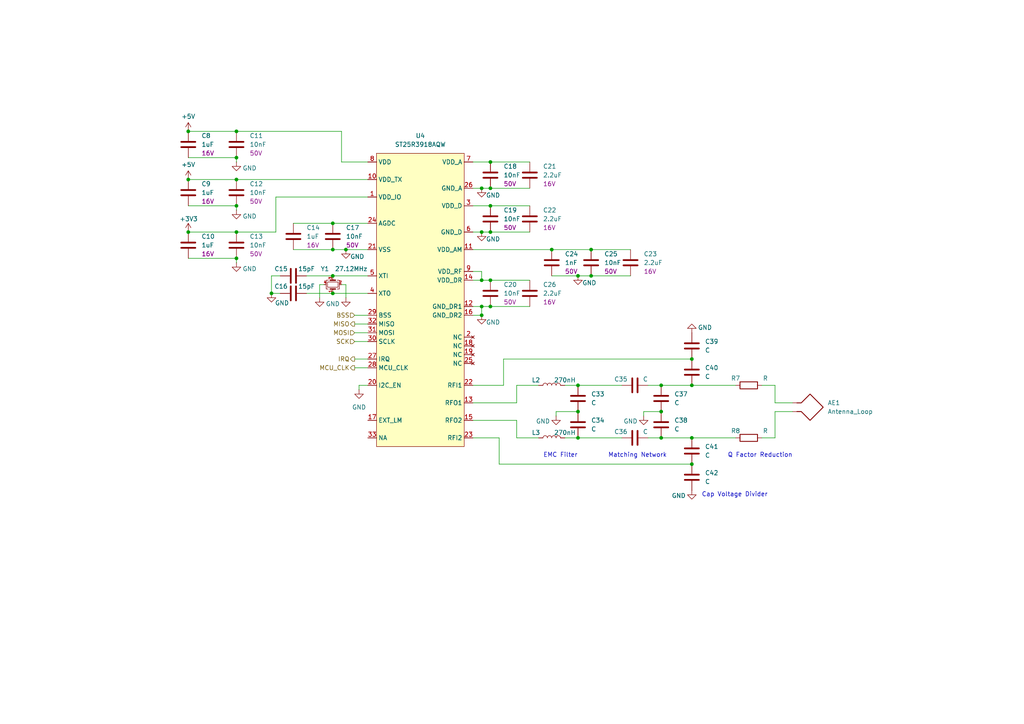
<source format=kicad_sch>
(kicad_sch (version 20231120) (generator "eeschema") (generator_version "8.0")
  (paper "A4")
  (lib_symbols
    (symbol "Device:Antenna_Loop" (pin_numbers hide) (pin_names (offset 1.016) hide)
      (property "Reference" "AE" (at 1.27 6.35 0))
      (property "Value" "Antenna_Loop" (at 1.27 5.08 0))
      (symbol "Antenna_Loop_0_1"
        (polyline (pts (xy 2.54 -3.81) (xy 2.54 -2.54) (xy 5.08 0) (xy 1.27 3.81) (xy -2.54 0) (xy 0 -2.54) (xy 0 -3.81)) (stroke (width 0.254)))
      )
      (symbol "Antenna_Loop_1_1"
        (pin input line (at 0 -5.08 90) (length 2.54) (name "~") (number "1"))
        (pin input line (at 2.54 -5.08 90) (length 2.54) (name "~") (number "2"))
      )
    )
    (symbol "Device:C" (pin_numbers hide) (pin_names (offset 0.254))
      (property "Reference" "C" (at 0.635 2.54 0))
      (property "Value" "C" (at 0.635 -2.54 0))
      (symbol "C_0_1"
        (polyline (pts (xy -2.032 -0.762) (xy 2.032 -0.762)) (stroke (width 0.508)))
        (polyline (pts (xy -2.032 0.762) (xy 2.032 0.762)) (stroke (width 0.508)))
      )
      (symbol "C_1_1"
        (pin passive line (at 0 3.81 270) (length 2.794) (name "~") (number "1"))
        (pin passive line (at 0 -3.81 90) (length 2.794) (name "~") (number "2"))
      )
    )
    (symbol "Device:Crystal_GND24_Small" (pin_names (offset 1.016) hide)
      (property "Reference" "Y" (at 1.27 4.445 0))
      (property "Value" "Crystal_GND24_Small" (at 1.27 2.54 0))
      (symbol "Crystal_GND24_Small_0_1"
        (rectangle (start -0.762 -1.524) (end 0.762 1.524))
        (polyline (pts (xy -1.27 -0.762) (xy -1.27 0.762)) (stroke (width 0.381)))
        (polyline (pts (xy 1.27 -0.762) (xy 1.27 0.762)) (stroke (width 0.381)))
        (polyline (pts (xy -1.27 -1.27) (xy -1.27 -1.905) (xy 1.27 -1.905) (xy 1.27 -1.27)))
        (polyline (pts (xy -1.27 1.27) (xy -1.27 1.905) (xy 1.27 1.905) (xy 1.27 1.27)))
      )
      (symbol "Crystal_GND24_Small_1_1"
        (pin passive line (at -2.54 0 0) (length 1.27) (name "1") (number "1"))
        (pin passive line (at 0 -2.54 90) (length 0.635) (name "2") (number "2"))
        (pin passive line (at 2.54 0 180) (length 1.27) (name "3") (number "3"))
        (pin passive line (at 0 2.54 270) (length 0.635) (name "4") (number "4"))
      )
    )
    (symbol "Device:L" (pin_numbers hide) (pin_names (offset 1.016) hide)
      (property "Reference" "L" (at -1.27 0 90))
      (property "Value" "L" (at 1.905 0 90))
      (symbol "L_0_1"
        (arc (start 0 -2.54) (mid 0.6323 -1.905) (end 0 -1.27))
        (arc (start 0 -1.27) (mid 0.6323 -0.635) (end 0 0))
        (arc (start 0 0) (mid 0.6323 0.635) (end 0 1.27))
        (arc (start 0 1.27) (mid 0.6323 1.905) (end 0 2.54))
      )
      (symbol "L_1_1"
        (pin passive line (at 0 3.81 270) (length 1.27) (name "1") (number "1"))
        (pin passive line (at 0 -3.81 90) (length 1.27) (name "2") (number "2"))
      )
    )
    (symbol "Device:R" (pin_numbers hide) (pin_names (offset 0))
      (property "Reference" "R" (at 2.032 0 90))
      (property "Value" "R" (at 0 0 90))
      (symbol "R_0_1"
        (rectangle (start -1.016 -2.54) (end 1.016 2.54) (stroke (width 0.254)))
      )
      (symbol "R_1_1"
        (pin passive line (at 0 3.81 270) (length 1.27) (name "~") (number "1"))
        (pin passive line (at 0 -3.81 90) (length 1.27) (name "~") (number "2"))
      )
    )
    (symbol "parts:ST25R3918AQW"
      (property "Reference" "U" (at 0 7.62 0))
      (property "Value" "ST25R3918AQW" (at 0 5.08 0))
      (symbol "ST25R3918AQW_1_1"
        (rectangle (start -12.7 2.54) (end 12.7 -82.55) (fill (type background)))
        (pin power_in line (at -15.24 -10.16 0) (length 2.54) (name "VDD_IO") (number "1"))
        (pin power_in line (at -15.24 -5.08 0) (length 2.54) (name "VDD_TX") (number "10"))
        (pin output line (at 15.24 -25.4 180) (length 2.54) (name "VDD_AM") (number "11"))
        (pin power_in line (at 15.24 -41.91 180) (length 2.54) (name "GND_DR1") (number "12"))
        (pin output line (at 15.24 -69.85 180) (length 2.54) (name "RFO1") (number "13"))
        (pin power_in line (at 15.24 -34.29 180) (length 2.54) (name "VDD_DR") (number "14"))
        (pin output line (at 15.24 -74.93 180) (length 2.54) (name "RFO2") (number "15"))
        (pin power_in line (at 15.24 -44.45 180) (length 2.54) (name "GND_DR2") (number "16"))
        (pin output line (at -15.24 -74.93 0) (length 2.54) (name "EXT_LM") (number "17"))
        (pin no_connect line (at 15.24 -53.34 180) (length 2.54) (name "NC") (number "18"))
        (pin no_connect line (at 15.24 -55.88 180) (length 2.54) (name "NC") (number "19"))
        (pin no_connect line (at 15.24 -50.8 180) (length 2.54) (name "NC") (number "2"))
        (pin input line (at -15.24 -64.77 0) (length 2.54) (name "I2C_EN") (number "20"))
        (pin power_in line (at -15.24 -25.4 0) (length 2.54) (name "VSS") (number "21"))
        (pin input line (at 15.24 -64.77 180) (length 2.54) (name "RFI1") (number "22"))
        (pin input line (at 15.24 -80.01 180) (length 2.54) (name "RFI2") (number "23"))
        (pin bidirectional line (at -15.24 -17.78 0) (length 2.54) (name "AGDC") (number "24"))
        (pin no_connect line (at 15.24 -58.42 180) (length 2.54) (name "NC") (number "25"))
        (pin power_in line (at 15.24 -7.62 180) (length 2.54) (name "GND_A") (number "26"))
        (pin output line (at -15.24 -57.15 0) (length 2.54) (name "IRQ") (number "27"))
        (pin output line (at -15.24 -59.69 0) (length 2.54) (name "MCU_CLK") (number "28"))
        (pin input line (at -15.24 -44.45 0) (length 2.54) (name "BSS") (number "29"))
        (pin output line (at 15.24 -12.7 180) (length 2.54) (name "VDD_D") (number "3"))
        (pin input line (at -15.24 -52.07 0) (length 2.54) (name "SCLK") (number "30"))
        (pin input line (at -15.24 -49.53 0) (length 2.54) (name "MOSI") (number "31"))
        (pin output line (at -15.24 -46.99 0) (length 2.54) (name "MISO") (number "32"))
        (pin power_in line (at -15.24 -80.01 0) (length 2.54) (name "NA") (number "33"))
        (pin output line (at -15.24 -38.1 0) (length 2.54) (name "XTO") (number "4"))
        (pin bidirectional line (at -15.24 -33.02 0) (length 2.54) (name "XTI") (number "5"))
        (pin power_in line (at 15.24 -20.32 180) (length 2.54) (name "GND_D") (number "6"))
        (pin output line (at 15.24 0 180) (length 2.54) (name "VDD_A") (number "7"))
        (pin power_in line (at -15.24 0 0) (length 2.54) (name "VDD") (number "8"))
        (pin output line (at 15.24 -31.75 180) (length 2.54) (name "VDD_RF") (number "9"))
      )
    )
    (symbol "power:+3V3" (power) (pin_numbers hide) (pin_names (offset 0) hide)
      (property "Value" "+3V3" (at 0 3.556 0))
      (symbol "+3V3_0_1"
        (polyline (pts (xy -0.762 1.27) (xy 0 2.54)))
        (polyline (pts (xy 0 0) (xy 0 2.54)))
        (polyline (pts (xy 0 2.54) (xy 0.762 1.27)))
      )
      (symbol "+3V3_1_1"
        (pin power_in line (at 0 0 90) (length 0) (name "~") (number "1"))
      )
    )
    (symbol "power:+5V" (power) (pin_numbers hide) (pin_names (offset 0) hide)
      (property "Value" "+5V" (at 0 3.556 0))
      (symbol "+5V_0_1"
        (polyline (pts (xy -0.762 1.27) (xy 0 2.54)))
        (polyline (pts (xy 0 0) (xy 0 2.54)))
        (polyline (pts (xy 0 2.54) (xy 0.762 1.27)))
      )
      (symbol "+5V_1_1"
        (pin power_in line (at 0 0 90) (length 0) (name "~") (number "1"))
      )
    )
    (symbol "power:GND" (power) (pin_numbers hide) (pin_names (offset 0) hide)
      (property "Value" "GND" (at 0 -3.81 0))
      (symbol "GND_0_1"
        (polyline (pts (xy 0 0) (xy 0 -1.27) (xy 1.27 -1.27) (xy 0 -2.54) (xy -1.27 -1.27) (xy 0 -1.27)))
      )
      (symbol "GND_1_1"
        (pin power_in line (at 0 0 270) (length 0) (name "~") (number "1"))
      )
    )
  )
  (junction (at 68.58 38.1))
  (junction (at 139.7 91.44))
  (junction (at 200.66 127))
  (junction (at 54.61 38.1))
  (junction (at 68.58 67.31))
  (junction (at 96.52 80.01))
  (junction (at 200.66 134.62))
  (junction (at 139.7 67.31))
  (junction (at 167.64 127))
  (junction (at 142.24 67.31))
  (junction (at 96.52 72.39))
  (junction (at 167.64 111.76))
  (junction (at 167.64 80.01))
  (junction (at 191.77 111.76))
  (junction (at 142.24 81.28))
  (junction (at 139.7 88.9))
  (junction (at 96.52 85.09))
  (junction (at 191.77 119.38))
  (junction (at 54.61 52.07))
  (junction (at 78.74 85.09))
  (junction (at 171.45 72.39))
  (junction (at 142.24 59.69))
  (junction (at 68.58 45.72))
  (junction (at 160.02 72.39))
  (junction (at 68.58 52.07))
  (junction (at 167.64 119.38))
  (junction (at 139.7 81.28))
  (junction (at 96.52 64.77))
  (junction (at 191.77 127))
  (junction (at 68.58 74.93))
  (junction (at 200.66 104.14))
  (junction (at 139.7 54.61))
  (junction (at 200.66 111.76))
  (junction (at 142.24 46.99))
  (junction (at 100.33 72.39))
  (junction (at 68.58 59.69))
  (junction (at 142.24 54.61))
  (junction (at 54.61 67.31))
  (junction (at 171.45 80.01))
  (junction (at 142.24 88.9))
  (wire (pts (xy 167.64 80.01) (xy 160.02 80.01)))
  (wire (pts (xy 149.86 116.84) (xy 149.86 111.76)))
  (wire (pts (xy 137.16 121.92) (xy 149.86 121.92)))
  (wire (pts (xy 191.77 111.76) (xy 200.66 111.76)))
  (wire (pts (xy 54.61 59.69) (xy 68.58 59.69)))
  (wire (pts (xy 200.66 111.76) (xy 213.36 111.76)))
  (wire (pts (xy 54.61 38.1) (xy 68.58 38.1)))
  (wire (pts (xy 68.58 45.72) (xy 68.58 46.99)))
  (wire (pts (xy 102.87 91.44) (xy 106.68 91.44)))
  (wire (pts (xy 104.14 111.76) (xy 106.68 111.76)))
  (wire (pts (xy 142.24 46.99) (xy 153.67 46.99)))
  (wire (pts (xy 139.7 91.44) (xy 139.7 88.9)))
  (wire (pts (xy 161.29 119.38) (xy 167.64 119.38)))
  (wire (pts (xy 80.01 67.31) (xy 80.01 57.15)))
  (wire (pts (xy 186.69 119.38) (xy 191.77 119.38)))
  (wire (pts (xy 137.16 78.74) (xy 139.7 78.74)))
  (wire (pts (xy 96.52 80.01) (xy 106.68 80.01)))
  (wire (pts (xy 142.24 67.31) (xy 153.67 67.31)))
  (wire (pts (xy 167.64 111.76) (xy 180.34 111.76)))
  (wire (pts (xy 186.69 120.65) (xy 186.69 119.38)))
  (wire (pts (xy 102.87 99.06) (xy 106.68 99.06)))
  (wire (pts (xy 137.16 116.84) (xy 149.86 116.84)))
  (wire (pts (xy 78.74 80.01) (xy 78.74 85.09)))
  (wire (pts (xy 137.16 88.9) (xy 139.7 88.9)))
  (wire (pts (xy 81.28 80.01) (xy 78.74 80.01)))
  (wire (pts (xy 224.79 119.38) (xy 229.87 119.38)))
  (wire (pts (xy 96.52 64.77) (xy 106.68 64.77)))
  (wire (pts (xy 144.78 134.62) (xy 200.66 134.62)))
  (wire (pts (xy 102.87 93.98) (xy 106.68 93.98)))
  (wire (pts (xy 137.16 111.76) (xy 146.05 111.76)))
  (wire (pts (xy 68.58 52.07) (xy 106.68 52.07)))
  (wire (pts (xy 146.05 111.76) (xy 146.05 104.14)))
  (wire (pts (xy 142.24 54.61) (xy 153.67 54.61)))
  (wire (pts (xy 54.61 67.31) (xy 68.58 67.31)))
  (wire (pts (xy 171.45 80.01) (xy 182.88 80.01)))
  (wire (pts (xy 191.77 127) (xy 200.66 127)))
  (wire (pts (xy 88.9 80.01) (xy 96.52 80.01)))
  (wire (pts (xy 149.86 127) (xy 156.21 127)))
  (wire (pts (xy 68.58 59.69) (xy 68.58 60.96)))
  (wire (pts (xy 142.24 88.9) (xy 153.67 88.9)))
  (wire (pts (xy 92.71 86.36) (xy 92.71 82.55)))
  (wire (pts (xy 54.61 52.07) (xy 68.58 52.07)))
  (wire (pts (xy 137.16 59.69) (xy 142.24 59.69)))
  (wire (pts (xy 161.29 120.65) (xy 161.29 119.38)))
  (wire (pts (xy 139.7 78.74) (xy 139.7 81.28)))
  (wire (pts (xy 96.52 85.09) (xy 106.68 85.09)))
  (wire (pts (xy 104.14 113.03) (xy 104.14 111.76)))
  (wire (pts (xy 137.16 54.61) (xy 139.7 54.61)))
  (wire (pts (xy 187.96 127) (xy 191.77 127)))
  (wire (pts (xy 163.83 127) (xy 167.64 127)))
  (wire (pts (xy 139.7 81.28) (xy 142.24 81.28)))
  (wire (pts (xy 137.16 72.39) (xy 160.02 72.39)))
  (wire (pts (xy 149.86 111.76) (xy 156.21 111.76)))
  (wire (pts (xy 102.87 106.68) (xy 106.68 106.68)))
  (wire (pts (xy 187.96 111.76) (xy 191.77 111.76)))
  (wire (pts (xy 85.09 72.39) (xy 96.52 72.39)))
  (wire (pts (xy 142.24 81.28) (xy 153.67 81.28)))
  (wire (pts (xy 163.83 111.76) (xy 167.64 111.76)))
  (wire (pts (xy 68.58 38.1) (xy 99.06 38.1)))
  (wire (pts (xy 137.16 81.28) (xy 139.7 81.28)))
  (wire (pts (xy 160.02 72.39) (xy 171.45 72.39)))
  (wire (pts (xy 99.06 38.1) (xy 99.06 46.99)))
  (wire (pts (xy 99.06 46.99) (xy 106.68 46.99)))
  (wire (pts (xy 200.66 127) (xy 213.36 127)))
  (wire (pts (xy 224.79 111.76) (xy 224.79 116.84)))
  (wire (pts (xy 139.7 88.9) (xy 142.24 88.9)))
  (wire (pts (xy 171.45 80.01) (xy 167.64 80.01)))
  (wire (pts (xy 68.58 67.31) (xy 80.01 67.31)))
  (wire (pts (xy 146.05 104.14) (xy 200.66 104.14)))
  (wire (pts (xy 149.86 121.92) (xy 149.86 127)))
  (wire (pts (xy 68.58 74.93) (xy 54.61 74.93)))
  (wire (pts (xy 54.61 45.72) (xy 68.58 45.72)))
  (wire (pts (xy 224.79 127) (xy 224.79 119.38)))
  (wire (pts (xy 78.74 85.09) (xy 81.28 85.09)))
  (wire (pts (xy 142.24 59.69) (xy 153.67 59.69)))
  (wire (pts (xy 220.98 111.76) (xy 224.79 111.76)))
  (wire (pts (xy 171.45 72.39) (xy 182.88 72.39)))
  (wire (pts (xy 137.16 67.31) (xy 139.7 67.31)))
  (wire (pts (xy 102.87 96.52) (xy 106.68 96.52)))
  (wire (pts (xy 144.78 127) (xy 144.78 134.62)))
  (wire (pts (xy 88.9 85.09) (xy 96.52 85.09)))
  (wire (pts (xy 167.64 127) (xy 180.34 127)))
  (wire (pts (xy 220.98 127) (xy 224.79 127)))
  (wire (pts (xy 137.16 46.99) (xy 142.24 46.99)))
  (wire (pts (xy 96.52 72.39) (xy 100.33 72.39)))
  (wire (pts (xy 85.09 64.77) (xy 96.52 64.77)))
  (wire (pts (xy 68.58 74.93) (xy 68.58 76.2)))
  (wire (pts (xy 224.79 116.84) (xy 229.87 116.84)))
  (wire (pts (xy 137.16 127) (xy 144.78 127)))
  (wire (pts (xy 100.33 82.55) (xy 99.06 82.55)))
  (wire (pts (xy 139.7 67.31) (xy 142.24 67.31)))
  (wire (pts (xy 92.71 82.55) (xy 93.98 82.55)))
  (wire (pts (xy 102.87 104.14) (xy 106.68 104.14)))
  (wire (pts (xy 100.33 72.39) (xy 106.68 72.39)))
  (wire (pts (xy 137.16 91.44) (xy 139.7 91.44)))
  (wire (pts (xy 80.01 57.15) (xy 106.68 57.15)))
  (wire (pts (xy 100.33 86.36) (xy 100.33 82.55)))
  (wire (pts (xy 139.7 54.61) (xy 142.24 54.61)))
  (text "Q Factor Reduction" (at 220.472 132.08 0) (effects (font (size 1.27 1.27))))
  (text "EMC Filter" (at 162.56 132.08 0) (effects (font (size 1.27 1.27))))
  (text "Cap Voltage Divider" (at 213.106 143.51 0) (effects (font (size 1.27 1.27))))
  (text "Matching Network" (at 184.912 132.08 0) (effects (font (size 1.27 1.27))))
  (hierarchical_label "MISO" (shape output) (at 102.87 93.98 180))
  (hierarchical_label "MCU_CLK" (shape output) (at 102.87 106.68 180))
  (hierarchical_label "IRQ" (shape output) (at 102.87 104.14 180))
  (hierarchical_label "MOSI" (shape input) (at 102.87 96.52 180))
  (hierarchical_label "BSS" (shape input) (at 102.87 91.44 180))
  (hierarchical_label "SCK" (shape input) (at 102.87 99.06 180))
  (symbol (lib_id "power:GND") (at 186.69 120.65 0) (unit 1)
    (property "Reference" "#PWR050" (effects (hide yes)))
    (property "Value" "GND" (at 182.88 122.174 0))
    (property "Description" "Power symbol creates a global label with name \"GND\" , ground" (effects (hide yes)))
  )
  (symbol (lib_id "Device:R") (at 217.17 111.76 90) (unit 1)
    (property "Reference" "R7" (at 213.36 109.728 90))
    (property "Value" "R" (at 221.996 109.728 90))
    (property "Footprint" "Resistor_SMD:R_0805_2012Metric" (effects (hide yes)))
    (property "Description" "Resistor" (effects (hide yes)))
  )
  (symbol (lib_id "power:GND") (at 139.7 67.31 0) (unit 1)
    (property "Reference" "#PWR031" (effects (hide yes)))
    (property "Value" "GND" (at 143.002 69.342 0))
    (property "Description" "Power symbol creates a global label with name \"GND\" , ground" (effects (hide yes)))
  )
  (symbol (lib_id "Device:Crystal_GND24_Small") (at 96.52 82.55 90) (unit 1)
    (property "Reference" "Y1" (at 94.234 77.978 90))
    (property "Value" "27.12MHz" (at 101.854 77.978 90))
    (property "Footprint" "Crystal:Crystal_SMD_Abracon_ABM8G-4Pin_3.2x2.5mm" (effects (hide yes)))
    (property "Datasheet" "https://www.lcsc.com/datasheet/lcsc_datasheet_2403291504_YXC-Crystal-Oscillators-X32252712MSB4SI_C70591.pdf" (effects (hide yes)))
    (property "Description" "Four pin crystal, GND on pins 2 and 4, small symbol" (effects (hide yes)))
    (property "MFPN" "X32252712MSB4SI" (effects (hide yes)))
  )
  (symbol (lib_id "Device:C") (at 54.61 55.88 0) (unit 1)
    (property "Reference" "C9" (at 58.42 53.3399 0) (effects (justify left)))
    (property "Value" "1uF" (at 58.42 55.8799 0) (effects (justify left)))
    (property "Footprint" "Capacitor_SMD:C_0603_1608Metric" (effects (hide yes)))
    (property "Description" "Unpolarized capacitor" (effects (hide yes)))
    (property "MFPN" "CC0603KRX7R7BB105" (effects (hide yes)))
    (property "Voltage" "16V" (at 58.42 58.4199 0) (effects (justify left)))
    (property "$/1,10,100" "0.170,0.068,0.044" (effects (hide yes)))
  )
  (symbol (lib_id "Device:C") (at 200.66 138.43 0) (unit 1)
    (property "Reference" "C42" (at 204.47 137.1599 0) (effects (justify left)))
    (property "Value" "C" (at 204.47 139.6999 0) (effects (justify left)))
    (property "Footprint" "Capacitor_SMD:C_0805_2012Metric" (effects (hide yes)))
    (property "Description" "Unpolarized capacitor" (effects (hide yes)))
  )
  (symbol (lib_id "Device:C") (at 200.66 107.95 0) (unit 1)
    (property "Reference" "C40" (at 204.47 106.6799 0) (effects (justify left)))
    (property "Value" "C" (at 204.47 109.2199 0) (effects (justify left)))
    (property "Footprint" "Capacitor_SMD:C_0805_2012Metric" (effects (hide yes)))
    (property "Description" "Unpolarized capacitor" (effects (hide yes)))
  )
  (symbol (lib_id "power:GND") (at 100.33 86.36 0) (unit 1)
    (property "Reference" "#PWR028" (effects (hide yes)))
    (property "Value" "GND" (effects (hide yes)))
    (property "Description" "Power symbol creates a global label with name \"GND\" , ground" (effects (hide yes)))
  )
  (symbol (lib_id "power:GND") (at 68.58 46.99 0) (unit 1)
    (property "Reference" "#PWR022" (effects (hide yes)))
    (property "Value" "GND" (at 72.39 48.768 0))
    (property "Description" "Power symbol creates a global label with name \"GND\" , ground" (effects (hide yes)))
  )
  (symbol (lib_id "Device:C") (at 142.24 63.5 0) (unit 1)
    (property "Reference" "C19" (at 146.05 60.9599 0) (effects (justify left)))
    (property "Value" "10nF" (at 146.05 63.4999 0) (effects (justify left)))
    (property "Footprint" "Capacitor_SMD:C_0603_1608Metric" (effects (hide yes)))
    (property "Description" "Unpolarized capacitor" (effects (hide yes)))
    (property "MFPN" "CC0603KRX7R9BB103" (effects (hide yes)))
    (property "Voltage" "50V" (at 146.05 66.0399 0) (effects (justify left)))
  )
  (symbol (lib_id "Device:C") (at 153.67 50.8 180) (unit 1)
    (property "Reference" "C21" (at 157.48 48.2599 0) (effects (justify right)))
    (property "Value" "2.2uF" (at 157.48 50.7999 0) (effects (justify right)))
    (property "Footprint" "Capacitor_SMD:C_0603_1608Metric" (effects (hide yes)))
    (property "Description" "Unpolarized capacitor" (effects (hide yes)))
    (property "MFPN" "CC0603KRX7R7BB225" (effects (hide yes)))
    (property "Voltage" "16V" (at 157.48 53.3399 0) (effects (justify right)))
  )
  (symbol (lib_id "Device:Antenna_Loop") (at 234.95 116.84 270) (unit 1)
    (property "Reference" "AE1" (at 240.03 116.8399 90) (effects (justify left)))
    (property "Value" "Antenna_Loop" (at 240.03 119.3799 90) (effects (justify left)))
    (property "Footprint" "footprints:badge_antenna" (effects (hide yes)))
    (property "Description" "Loop antenna" (effects (hide yes)))
  )
  (symbol (lib_id "power:GND") (at 200.66 142.24 0) (unit 1)
    (property "Reference" "#PWR051" (effects (hide yes)))
    (property "Value" "GND" (at 196.85 143.764 0))
    (property "Description" "Power symbol creates a global label with name \"GND\" , ground" (effects (hide yes)))
  )
  (symbol (lib_id "power:GND") (at 139.7 54.61 0) (unit 1)
    (property "Reference" "#PWR030" (effects (hide yes)))
    (property "Value" "GND" (at 143.002 56.642 0))
    (property "Description" "Power symbol creates a global label with name \"GND\" , ground" (effects (hide yes)))
  )
  (symbol (lib_id "power:GND") (at 78.74 85.09 0) (unit 1)
    (property "Reference" "#PWR025" (effects (hide yes)))
    (property "Value" "GND" (at 81.788 87.884 0))
    (property "Description" "Power symbol creates a global label with name \"GND\" , ground" (effects (hide yes)))
  )
  (symbol (lib_id "power:GND") (at 161.29 120.65 0) (unit 1)
    (property "Reference" "#PWR049" (effects (hide yes)))
    (property "Value" "GND" (at 157.48 122.174 0))
    (property "Description" "Power symbol creates a global label with name \"GND\" , ground" (effects (hide yes)))
  )
  (symbol (lib_id "Device:C") (at 160.02 76.2 0) (unit 1)
    (property "Reference" "C24" (at 163.83 73.6599 0) (effects (justify left)))
    (property "Value" "1nF" (at 163.83 76.1999 0) (effects (justify left)))
    (property "Footprint" "Capacitor_SMD:C_0603_1608Metric" (effects (hide yes)))
    (property "Description" "Unpolarized capacitor" (effects (hide yes)))
    (property "MFPN" "CC0603KRX7R9BB102" (effects (hide yes)))
    (property "Voltage" "50V" (at 163.83 78.7399 0) (effects (justify left)))
  )
  (symbol (lib_id "Device:C") (at 167.64 115.57 0) (unit 1)
    (property "Reference" "C33" (at 171.45 114.2999 0) (effects (justify left)))
    (property "Value" "C" (at 171.45 116.8399 0) (effects (justify left)))
    (property "Footprint" "Capacitor_SMD:C_0805_2012Metric" (effects (hide yes)))
    (property "Description" "Unpolarized capacitor" (effects (hide yes)))
  )
  (symbol (lib_id "Device:C") (at 153.67 63.5 180) (unit 1)
    (property "Reference" "C22" (at 157.48 60.9599 0) (effects (justify right)))
    (property "Value" "2.2uF" (at 157.48 63.4999 0) (effects (justify right)))
    (property "Footprint" "Capacitor_SMD:C_0603_1608Metric" (effects (hide yes)))
    (property "Description" "Unpolarized capacitor" (effects (hide yes)))
    (property "MFPN" "CC0603KRX7R7BB225" (effects (hide yes)))
    (property "Voltage" "16V" (at 157.48 66.0399 0) (effects (justify right)))
  )
  (symbol (lib_id "Device:C") (at 184.15 111.76 90) (unit 1)
    (property "Reference" "C35" (at 180.086 109.982 90))
    (property "Value" "C" (at 187.198 109.982 90))
    (property "Footprint" "Capacitor_SMD:C_0805_2012Metric" (effects (hide yes)))
    (property "Description" "Unpolarized capacitor" (effects (hide yes)))
  )
  (symbol (lib_id "Device:C") (at 54.61 41.91 0) (unit 1)
    (property "Reference" "C8" (at 58.42 39.3699 0) (effects (justify left)))
    (property "Value" "1uF" (at 58.42 41.9099 0) (effects (justify left)))
    (property "Footprint" "Capacitor_SMD:C_0603_1608Metric" (effects (hide yes)))
    (property "Description" "Unpolarized capacitor" (effects (hide yes)))
    (property "MFPN" "CC0603KRX7R7BB105" (effects (hide yes)))
    (property "Voltage" "16V" (at 58.42 44.4499 0) (effects (justify left)))
    (property "$/1,10,100" "0.170,0.068,0.044" (effects (hide yes)))
  )
  (symbol (lib_id "power:GND") (at 68.58 76.2 0) (unit 1)
    (property "Reference" "#PWR024" (effects (hide yes)))
    (property "Value" "GND" (at 72.39 77.978 0))
    (property "Description" "Power symbol creates a global label with name \"GND\" , ground" (effects (hide yes)))
  )
  (symbol (lib_id "Device:C") (at 68.58 55.88 0) (unit 1)
    (property "Reference" "C12" (at 72.39 53.3399 0) (effects (justify left)))
    (property "Value" "10nF" (at 72.39 55.8799 0) (effects (justify left)))
    (property "Footprint" "Capacitor_SMD:C_0603_1608Metric" (effects (hide yes)))
    (property "Description" "Unpolarized capacitor" (effects (hide yes)))
    (property "MFPN" "CC0603KRX7R9BB103" (effects (hide yes)))
    (property "Voltage" "50V" (at 72.39 58.4199 0) (effects (justify left)))
  )
  (symbol (lib_id "Device:C") (at 167.64 123.19 0) (unit 1)
    (property "Reference" "C34" (at 171.45 121.9199 0) (effects (justify left)))
    (property "Value" "C" (at 171.45 124.4599 0) (effects (justify left)))
    (property "Footprint" "Capacitor_SMD:C_0805_2012Metric" (effects (hide yes)))
    (property "Description" "Unpolarized capacitor" (effects (hide yes)))
  )
  (symbol (lib_id "Device:C") (at 184.15 127 90) (unit 1)
    (property "Reference" "C36" (at 180.086 125.222 90))
    (property "Value" "C" (at 187.198 125.222 90))
    (property "Footprint" "Capacitor_SMD:C_0805_2012Metric" (effects (hide yes)))
    (property "Description" "Unpolarized capacitor" (effects (hide yes)))
  )
  (symbol (lib_id "Device:C") (at 54.61 71.12 0) (unit 1)
    (property "Reference" "C10" (at 58.42 68.5799 0) (effects (justify left)))
    (property "Value" "1uF" (at 58.42 71.1199 0) (effects (justify left)))
    (property "Footprint" "Capacitor_SMD:C_0603_1608Metric" (effects (hide yes)))
    (property "Description" "Unpolarized capacitor" (effects (hide yes)))
    (property "MFPN" "CC0603KRX7R7BB105" (effects (hide yes)))
    (property "Voltage" "16V" (at 58.42 73.6599 0) (effects (justify left)))
    (property "$/1,10,100" "0.170,0.068,0.044" (effects (hide yes)))
  )
  (symbol (lib_id "power:GND") (at 200.66 96.52 180) (unit 1)
    (property "Reference" "#PWR062" (effects (hide yes)))
    (property "Value" "GND" (at 204.47 94.996 0))
    (property "Description" "Power symbol creates a global label with name \"GND\" , ground" (effects (hide yes)))
  )
  (symbol (lib_id "Device:C") (at 85.09 80.01 270) (unit 1)
    (property "Reference" "C15" (at 81.534 77.978 90))
    (property "Value" "15pF" (at 88.9 77.978 90))
    (property "Footprint" "Capacitor_SMD:C_0603_1608Metric" (effects (hide yes)))
    (property "Description" "Unpolarized capacitor" (effects (hide yes)))
    (property "MFPN" "CL10C150JB8NNNC" (effects (hide yes)))
  )
  (symbol (lib_id "power:GND") (at 104.14 113.03 0) (unit 1)
    (property "Reference" "#PWR029" (effects (hide yes)))
    (property "Value" "GND" (at 104.14 118.11 0))
    (property "Description" "Power symbol creates a global label with name \"GND\" , ground" (effects (hide yes)))
  )
  (symbol (lib_id "power:GND") (at 167.64 80.01 0) (unit 1)
    (property "Reference" "#PWR033" (effects (hide yes)))
    (property "Value" "GND" (at 170.942 82.042 0))
    (property "Description" "Power symbol creates a global label with name \"GND\" , ground" (effects (hide yes)))
  )
  (symbol (lib_id "Device:C") (at 96.52 68.58 0) (unit 1)
    (property "Reference" "C17" (at 100.33 66.0399 0) (effects (justify left)))
    (property "Value" "10nF" (at 100.33 68.5799 0) (effects (justify left)))
    (property "Footprint" "Capacitor_SMD:C_0603_1608Metric" (effects (hide yes)))
    (property "Description" "Unpolarized capacitor" (effects (hide yes)))
    (property "MFPN" "CC0603KRX7R9BB103" (effects (hide yes)))
    (property "Voltage" "50V" (at 100.33 71.1199 0) (effects (justify left)))
  )
  (symbol (lib_id "power:+5V") (at 54.61 38.1 0) (unit 1)
    (property "Reference" "#PWR019" (effects (hide yes)))
    (property "Value" "+5V" (at 52.578 33.782 0) (effects (justify left)))
    (property "Description" "Power symbol creates a global label with name \"+5V\"" (effects (hide yes)))
  )
  (symbol (lib_id "power:+3V3") (at 54.61 67.31 0) (unit 1)
    (property "Reference" "#PWR021" (effects (hide yes)))
    (property "Value" "+3V3" (at 52.07 63.5 0) (effects (justify left)))
    (property "Description" "Power symbol creates a global label with name \"+3V3\"" (effects (hide yes)))
  )
  (symbol (lib_id "Device:C") (at 191.77 115.57 0) (unit 1)
    (property "Reference" "C37" (at 195.58 114.2999 0) (effects (justify left)))
    (property "Value" "C" (at 195.58 116.8399 0) (effects (justify left)))
    (property "Footprint" "Capacitor_SMD:C_0805_2012Metric" (effects (hide yes)))
    (property "Description" "Unpolarized capacitor" (effects (hide yes)))
  )
  (symbol (lib_id "Device:C") (at 142.24 50.8 0) (unit 1)
    (property "Reference" "C18" (at 146.05 48.2599 0) (effects (justify left)))
    (property "Value" "10nF" (at 146.05 50.7999 0) (effects (justify left)))
    (property "Footprint" "Capacitor_SMD:C_0603_1608Metric" (effects (hide yes)))
    (property "Description" "Unpolarized capacitor" (effects (hide yes)))
    (property "MFPN" "CC0603KRX7R9BB103" (effects (hide yes)))
    (property "Voltage" "50V" (at 146.05 53.3399 0) (effects (justify left)))
  )
  (symbol (lib_id "Device:C") (at 142.24 85.09 0) (unit 1)
    (property "Reference" "C20" (at 146.05 82.5499 0) (effects (justify left)))
    (property "Value" "10nF" (at 146.05 85.0899 0) (effects (justify left)))
    (property "Footprint" "Capacitor_SMD:C_0603_1608Metric" (effects (hide yes)))
    (property "Description" "Unpolarized capacitor" (effects (hide yes)))
    (property "MFPN" "CC0603KRX7R9BB103" (effects (hide yes)))
    (property "Voltage" "50V" (at 146.05 87.6299 0) (effects (justify left)))
  )
  (symbol (lib_id "Device:R") (at 217.17 127 90) (unit 1)
    (property "Reference" "R8" (at 213.36 124.968 90))
    (property "Value" "R" (at 221.996 124.968 90))
    (property "Footprint" "Resistor_SMD:R_0805_2012Metric" (effects (hide yes)))
    (property "Description" "Resistor" (effects (hide yes)))
  )
  (symbol (lib_id "Device:C") (at 200.66 100.33 0) (unit 1)
    (property "Reference" "C39" (at 204.47 99.0599 0) (effects (justify left)))
    (property "Value" "C" (at 204.47 101.5999 0) (effects (justify left)))
    (property "Footprint" "Capacitor_SMD:C_0805_2012Metric" (effects (hide yes)))
    (property "Description" "Unpolarized capacitor" (effects (hide yes)))
  )
  (symbol (lib_id "power:GND") (at 92.71 86.36 0) (unit 1)
    (property "Reference" "#PWR026" (effects (hide yes)))
    (property "Value" "GND" (at 96.52 88.138 0))
    (property "Description" "Power symbol creates a global label with name \"GND\" , ground" (effects (hide yes)))
  )
  (symbol (lib_id "Device:C") (at 191.77 123.19 0) (unit 1)
    (property "Reference" "C38" (at 195.58 121.9199 0) (effects (justify left)))
    (property "Value" "C" (at 195.58 124.4599 0) (effects (justify left)))
    (property "Footprint" "Capacitor_SMD:C_0805_2012Metric" (effects (hide yes)))
    (property "Description" "Unpolarized capacitor" (effects (hide yes)))
  )
  (symbol (lib_id "Device:L") (at 160.02 111.76 90) (unit 1)
    (property "Reference" "L2" (at 155.448 110.236 90))
    (property "Value" "270nH" (at 163.83 110.236 90))
    (property "Footprint" "Inductor_SMD:L_0805_2012Metric" (effects (hide yes)))
    (property "Description" "Inductor" (effects (hide yes)))
    (property "MFPN" "CI2012AR27K" (effects (hide yes)))
    (property "DCR" "500m" (effects (hide yes)))
  )
  (symbol (lib_id "Device:C") (at 153.67 85.09 180) (unit 1)
    (property "Reference" "C26" (at 157.48 82.5499 0) (effects (justify right)))
    (property "Value" "2.2uF" (at 157.48 85.0899 0) (effects (justify right)))
    (property "Footprint" "Capacitor_SMD:C_0603_1608Metric" (effects (hide yes)))
    (property "Description" "Unpolarized capacitor" (effects (hide yes)))
    (property "MFPN" "CC0603KRX7R7BB225" (effects (hide yes)))
    (property "Voltage" "16V" (at 157.48 87.6299 0) (effects (justify right)))
  )
  (symbol (lib_id "parts:ST25R3918AQW") (at 121.92 46.99 0) (unit 1)
    (property "Reference" "U4" (at 121.92 39.37 0))
    (property "Value" "ST25R3918AQW" (at 121.92 41.91 0))
    (property "Footprint" "Package_DFN_QFN:HVQFN-32-1EP_5x5mm_P0.5mm_EP3.1x3.1mm" (effects (hide yes)))
    (property "Datasheet" "https://www.st.com/resource/en/datasheet/st25r3918.pdf" (effects (hide yes)))
  )
  (symbol (lib_id "Device:C") (at 200.66 130.81 0) (unit 1)
    (property "Reference" "C41" (at 204.47 129.5399 0) (effects (justify left)))
    (property "Value" "C" (at 204.47 132.0799 0) (effects (justify left)))
    (property "Footprint" "Capacitor_SMD:C_0805_2012Metric" (effects (hide yes)))
    (property "Description" "Unpolarized capacitor" (effects (hide yes)))
  )
  (symbol (lib_id "power:GND") (at 68.58 60.96 0) (unit 1)
    (property "Reference" "#PWR023" (effects (hide yes)))
    (property "Value" "GND" (at 72.39 62.738 0))
    (property "Description" "Power symbol creates a global label with name \"GND\" , ground" (effects (hide yes)))
  )
  (symbol (lib_id "Device:C") (at 68.58 41.91 0) (unit 1)
    (property "Reference" "C11" (at 72.39 39.3699 0) (effects (justify left)))
    (property "Value" "10nF" (at 72.39 41.9099 0) (effects (justify left)))
    (property "Footprint" "Capacitor_SMD:C_0603_1608Metric" (effects (hide yes)))
    (property "Description" "Unpolarized capacitor" (effects (hide yes)))
    (property "MFPN" "CC0603KRX7R9BB103" (effects (hide yes)))
    (property "Voltage" "50V" (at 72.39 44.4499 0) (effects (justify left)))
  )
  (symbol (lib_id "Device:L") (at 160.02 127 90) (unit 1)
    (property "Reference" "L3" (at 155.448 125.476 90))
    (property "Value" "270nH" (at 163.83 125.476 90))
    (property "Footprint" "Inductor_SMD:L_0805_2012Metric" (effects (hide yes)))
    (property "Description" "Inductor" (effects (hide yes)))
    (property "MFPN" "CI2012AR27K" (effects (hide yes)))
    (property "DCR" "500m" (effects (hide yes)))
  )
  (symbol (lib_id "power:GND") (at 139.7 91.44 0) (unit 1)
    (property "Reference" "#PWR032" (effects (hide yes)))
    (property "Value" "GND" (at 143.002 93.472 0))
    (property "Description" "Power symbol creates a global label with name \"GND\" , ground" (effects (hide yes)))
  )
  (symbol (lib_id "Device:C") (at 85.09 85.09 270) (unit 1)
    (property "Reference" "C16" (at 81.534 83.058 90))
    (property "Value" "15pF" (at 88.9 83.058 90))
    (property "Footprint" "Capacitor_SMD:C_0603_1608Metric" (effects (hide yes)))
    (property "Description" "Unpolarized capacitor" (effects (hide yes)))
    (property "MFPN" "CL10C150JB8NNNC" (effects (hide yes)))
  )
  (symbol (lib_id "power:+5V") (at 54.61 52.07 0) (unit 1)
    (property "Reference" "#PWR020" (effects (hide yes)))
    (property "Value" "+5V" (at 52.578 47.752 0) (effects (justify left)))
    (property "Description" "Power symbol creates a global label with name \"+5V\"" (effects (hide yes)))
  )
  (symbol (lib_id "Device:C") (at 171.45 76.2 0) (unit 1)
    (property "Reference" "C25" (at 175.26 73.6599 0) (effects (justify left)))
    (property "Value" "10nF" (at 175.26 76.1999 0) (effects (justify left)))
    (property "Footprint" "Capacitor_SMD:C_0603_1608Metric" (effects (hide yes)))
    (property "Description" "Unpolarized capacitor" (effects (hide yes)))
    (property "MFPN" "CC0603KRX7R9BB103" (effects (hide yes)))
    (property "Voltage" "50V" (at 175.26 78.7399 0) (effects (justify left)))
  )
  (symbol (lib_id "Device:C") (at 182.88 76.2 180) (unit 1)
    (property "Reference" "C23" (at 186.69 73.6599 0) (effects (justify right)))
    (property "Value" "2.2uF" (at 186.69 76.1999 0) (effects (justify right)))
    (property "Footprint" "Capacitor_SMD:C_0603_1608Metric" (effects (hide yes)))
    (property "Description" "Unpolarized capacitor" (effects (hide yes)))
    (property "MFPN" "CC0603KRX7R7BB225" (effects (hide yes)))
    (property "Voltage" "16V" (at 186.69 78.7399 0) (effects (justify right)))
  )
  (symbol (lib_id "Device:C") (at 85.09 68.58 0) (unit 1)
    (property "Reference" "C14" (at 88.9 66.0399 0) (effects (justify left)))
    (property "Value" "1uF" (at 88.9 68.5799 0) (effects (justify left)))
    (property "Footprint" "Capacitor_SMD:C_0603_1608Metric" (effects (hide yes)))
    (property "Description" "Unpolarized capacitor" (effects (hide yes)))
    (property "MFPN" "CC0603KRX7R7BB105" (effects (hide yes)))
    (property "Voltage" "16V" (at 88.9 71.1199 0) (effects (justify left)))
    (property "$/1,10,100" "0.170,0.068,0.044" (effects (hide yes)))
  )
  (symbol (lib_id "power:GND") (at 100.33 72.39 0) (unit 1)
    (property "Reference" "#PWR027" (effects (hide yes)))
    (property "Value" "GND" (at 103.632 74.422 0))
    (property "Description" "Power symbol creates a global label with name \"GND\" , ground" (effects (hide yes)))
  )
  (symbol (lib_id "Device:C") (at 68.58 71.12 0) (unit 1)
    (property "Reference" "C13" (at 72.39 68.5799 0) (effects (justify left)))
    (property "Value" "10nF" (at 72.39 71.1199 0) (effects (justify left)))
    (property "Footprint" "Capacitor_SMD:C_0603_1608Metric" (effects (hide yes)))
    (property "Description" "Unpolarized capacitor" (effects (hide yes)))
    (property "MFPN" "CC0603KRX7R9BB103" (effects (hide yes)))
    (property "Voltage" "50V" (at 72.39 73.6599 0) (effects (justify left)))
  )
)
</source>
